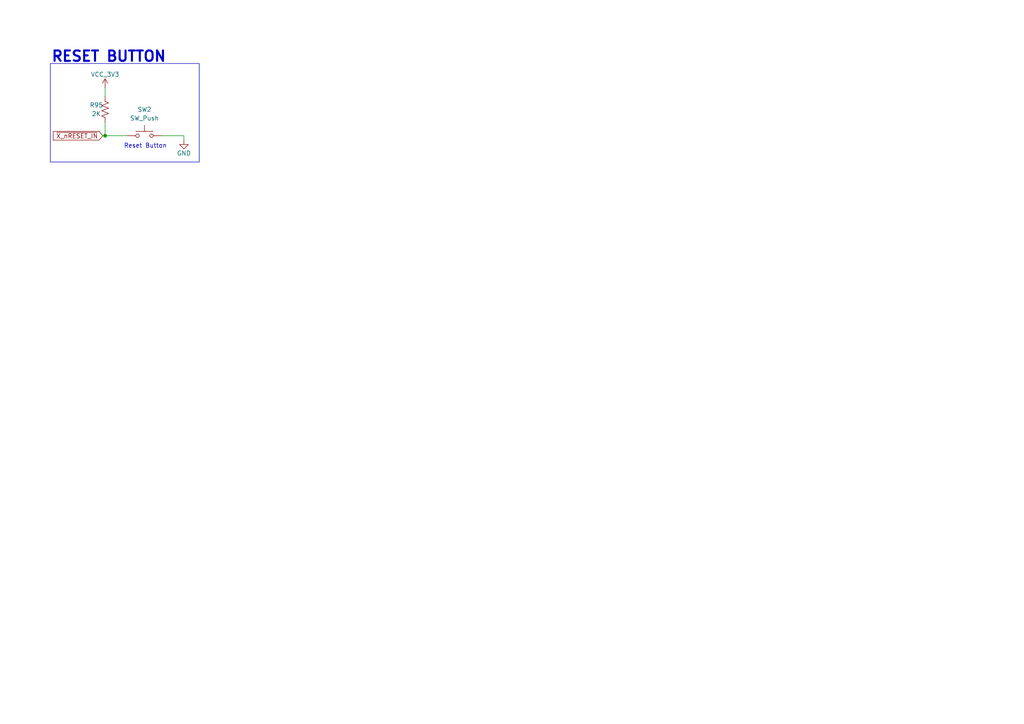
<source format=kicad_sch>
(kicad_sch (version 20250114) (generator "eeschema") (generator_version "9.0")
  (paper "A4")
  (lib_symbols
    (symbol "Device:R_US" (pin_numbers (hide yes)) (pin_names (offset 0))
      (property "Reference" "R" (at 2.54 0 90))
      (property "Value" "R_US" (at -2.54 0 90))
      (symbol "R_US_0_1"
        (polyline (pts (xy 0 2.286) (xy 0 2.54)))
        (polyline (pts (xy 0 2.286) (xy 1.016 1.905) (xy 0 1.524) (xy -1.016 1.143) (xy 0 0.762)))
        (polyline (pts (xy 0 0.762) (xy 1.016 0.381) (xy 0 0) (xy -1.016 -0.381) (xy 0 -0.762)))
        (polyline (pts (xy 0 -0.762) (xy 1.016 -1.143) (xy 0 -1.524) (xy -1.016 -1.905) (xy 0 -2.286)))
        (polyline (pts (xy 0 -2.286) (xy 0 -2.54)))
      )
      (symbol "R_US_1_1"
        (pin passive line (at 0 3.81 270) (length 1.27) (name "~") (number "1"))
        (pin passive line (at 0 -3.81 90) (length 1.27) (name "~") (number "2"))
      )
    )
    (symbol "Switch:SW_Push" (pin_numbers (hide yes)) (pin_names (offset 1.016) (hide yes))
      (property "Reference" "SW" (at 1.27 2.54 0))
      (property "Value" "SW_Push" (at 0 -1.524 0))
      (symbol "SW_Push_0_1"
        (circle (center -2.032 0) (radius 0.508))
        (polyline (pts (xy 0 1.27) (xy 0 3.048)))
        (circle (center 2.032 0) (radius 0.508))
        (polyline (pts (xy 2.54 1.27) (xy -2.54 1.27)))
        (pin passive line (at -5.08 0 0) (length 2.54) (name "1") (number "1"))
        (pin passive line (at 5.08 0 180) (length 2.54) (name "2") (number "2"))
      )
    )
    (symbol "imx8_carrier_board_symbol_library:VCC_3V3" (power) (pin_numbers (hide yes)) (pin_names (offset 0) (hide yes))
      (property "Value" "VCC_3V3" (at 0 3.556 0))
      (symbol "VCC_3V3_0_1"
        (polyline (pts (xy -0.762 1.27) (xy 0 2.54)))
        (polyline (pts (xy 0 2.54) (xy 0.762 1.27)))
        (polyline (pts (xy 0 0) (xy 0 2.54)))
      )
      (symbol "VCC_3V3_1_1"
        (pin power_in line (at 0 0 90) (length 0) (name "~") (number "1"))
      )
    )
    (symbol "power:GND" (power) (pin_numbers (hide yes)) (pin_names (offset 0) (hide yes))
      (property "Value" "GND" (at 0 -3.81 0))
      (symbol "GND_0_1"
        (polyline (pts (xy 0 0) (xy 0 -1.27) (xy 1.27 -1.27) (xy 0 -2.54) (xy -1.27 -1.27) (xy 0 -1.27)))
      )
      (symbol "GND_1_1"
        (pin power_in line (at 0 0 270) (length 0) (name "~") (number "1"))
      )
    )
  )
  (rectangle (start 14.605 18.415) (end 57.785 46.99))
  (text "RESET BUTTON" (at 14.732 18.288 0) (effects (font (size 3 3) (thickness 0.6) (bold yes)) (justify left bottom)))
  (text "Reset Button" (at 42.164 42.418 0) (effects (font (size 1.27 1.27))))
  (junction (at 30.48 39.37))
  (wire (pts (xy 29.845 39.37) (xy 30.48 39.37)))
  (wire (pts (xy 36.83 39.37) (xy 30.48 39.37)))
  (wire (pts (xy 30.48 39.37) (xy 30.48 35.56)))
  (wire (pts (xy 53.34 39.37) (xy 53.34 40.64)))
  (wire (pts (xy 46.99 39.37) (xy 53.34 39.37)))
  (wire (pts (xy 30.48 25.4) (xy 30.48 27.94)))
  (global_label "~{X_nRESET_IN}" (shape input) (at 29.845 39.37 180) (property "Intersheetrefs" "${INTERSHEET_REFS}" (effects (hide yes))))
  (symbol (lib_id "Device:R_US") (at 30.48 31.75 180) (unit 1)
    (property "Reference" "R95" (at 27.94 30.48 0))
    (property "Value" "2K" (at 27.94 33.02 0))
    (property "Description" "Resistor, US symbol" (effects (hide yes)))
  )
  (symbol (lib_id "Switch:SW_Push") (at 41.91 39.37 0) (unit 1)
    (property "Reference" "SW2" (at 41.91 31.75 0))
    (property "Value" "SW_Push" (at 41.91 34.29 0))
    (property "Description" "Push button switch, generic, two pins" (effects (hide yes)))
  )
  (symbol (lib_id "power:GND") (at 53.34 40.64 0) (unit 1)
    (property "Reference" "#PWR124" (effects (hide yes)))
    (property "Value" "GND" (at 53.34 44.45 0))
  )
  (symbol (lib_id "imx8_carrier_board_symbol_library:VCC_3V3") (at 30.48 25.4 0) (unit 1)
    (property "Reference" "#PWR123" (effects (hide yes)))
    (property "Value" "VCC_3V3" (at 30.48 21.59 0))
    (property "Description" "Power symbol creates a global label with name \"VCC\"" (effects (hide yes)))
  )
)
</source>
